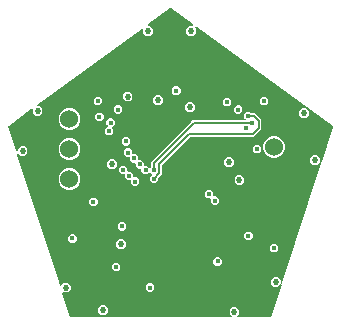
<source format=gbr>
G04 EAGLE Gerber RS-274X export*
G75*
%MOMM*%
%FSLAX34Y34*%
%LPD*%
%INCopper Layer 15*%
%IPPOS*%
%AMOC8*
5,1,8,0,0,1.08239X$1,22.5*%
G01*
%ADD10C,1.524000*%
%ADD11C,0.525000*%
%ADD12C,0.402400*%
%ADD13C,0.152400*%
%ADD14C,0.452400*%

G36*
X50826Y-117188D02*
X50826Y-117188D01*
X50898Y-117186D01*
X50947Y-117168D01*
X50998Y-117160D01*
X51061Y-117126D01*
X51129Y-117101D01*
X51169Y-117069D01*
X51215Y-117044D01*
X51265Y-116992D01*
X51321Y-116948D01*
X51349Y-116904D01*
X51385Y-116866D01*
X51415Y-116801D01*
X51454Y-116741D01*
X51467Y-116690D01*
X51488Y-116643D01*
X51496Y-116572D01*
X51514Y-116502D01*
X51510Y-116450D01*
X51516Y-116399D01*
X51500Y-116328D01*
X51495Y-116257D01*
X51474Y-116209D01*
X51463Y-116158D01*
X51427Y-116097D01*
X51398Y-116031D01*
X51354Y-115975D01*
X51337Y-115947D01*
X51319Y-115932D01*
X51294Y-115900D01*
X49825Y-114431D01*
X49825Y-110994D01*
X52256Y-108563D01*
X55694Y-108563D01*
X58125Y-110994D01*
X58125Y-114431D01*
X56656Y-115900D01*
X56615Y-115958D01*
X56565Y-116010D01*
X56543Y-116057D01*
X56513Y-116099D01*
X56492Y-116168D01*
X56462Y-116233D01*
X56456Y-116285D01*
X56440Y-116335D01*
X56442Y-116406D01*
X56434Y-116477D01*
X56445Y-116528D01*
X56447Y-116580D01*
X56471Y-116648D01*
X56487Y-116718D01*
X56513Y-116763D01*
X56531Y-116811D01*
X56576Y-116867D01*
X56613Y-116929D01*
X56652Y-116963D01*
X56685Y-117003D01*
X56745Y-117042D01*
X56800Y-117089D01*
X56848Y-117108D01*
X56892Y-117136D01*
X56961Y-117154D01*
X57028Y-117181D01*
X57099Y-117189D01*
X57130Y-117197D01*
X57154Y-117195D01*
X57195Y-117199D01*
X84593Y-117199D01*
X84617Y-117195D01*
X84641Y-117198D01*
X84738Y-117176D01*
X84836Y-117160D01*
X84857Y-117148D01*
X84880Y-117143D01*
X84965Y-117091D01*
X85053Y-117044D01*
X85070Y-117027D01*
X85090Y-117015D01*
X85154Y-116938D01*
X85223Y-116866D01*
X85233Y-116844D01*
X85248Y-116826D01*
X85317Y-116673D01*
X93916Y-90201D01*
X93927Y-90134D01*
X93947Y-90069D01*
X93945Y-90013D01*
X93954Y-89957D01*
X93942Y-89891D01*
X93940Y-89823D01*
X93921Y-89770D01*
X93911Y-89715D01*
X93879Y-89656D01*
X93856Y-89592D01*
X93821Y-89548D01*
X93794Y-89499D01*
X93744Y-89453D01*
X93702Y-89400D01*
X93655Y-89370D01*
X93614Y-89331D01*
X93552Y-89304D01*
X93495Y-89267D01*
X93441Y-89253D01*
X93390Y-89230D01*
X93322Y-89223D01*
X93257Y-89207D01*
X93201Y-89211D01*
X93145Y-89206D01*
X93079Y-89221D01*
X93011Y-89226D01*
X92960Y-89248D01*
X92905Y-89260D01*
X92847Y-89296D01*
X92785Y-89322D01*
X92723Y-89372D01*
X92695Y-89389D01*
X92682Y-89405D01*
X92654Y-89427D01*
X90619Y-91462D01*
X87181Y-91462D01*
X84750Y-89031D01*
X84750Y-85594D01*
X87181Y-83163D01*
X90619Y-83163D01*
X93050Y-85594D01*
X93050Y-88061D01*
X93050Y-88065D01*
X93050Y-88069D01*
X93070Y-88187D01*
X93089Y-88304D01*
X93091Y-88307D01*
X93092Y-88311D01*
X93149Y-88416D01*
X93205Y-88521D01*
X93207Y-88524D01*
X93209Y-88527D01*
X93297Y-88608D01*
X93383Y-88690D01*
X93387Y-88692D01*
X93390Y-88695D01*
X93498Y-88744D01*
X93606Y-88794D01*
X93610Y-88794D01*
X93614Y-88796D01*
X93733Y-88808D01*
X93850Y-88821D01*
X93854Y-88820D01*
X93858Y-88821D01*
X93975Y-88794D01*
X94091Y-88769D01*
X94094Y-88767D01*
X94098Y-88766D01*
X94200Y-88704D01*
X94302Y-88643D01*
X94305Y-88640D01*
X94308Y-88637D01*
X94384Y-88546D01*
X94462Y-88456D01*
X94463Y-88452D01*
X94466Y-88449D01*
X94535Y-88296D01*
X127522Y13255D01*
X127533Y13322D01*
X127552Y13387D01*
X127551Y13443D01*
X127559Y13499D01*
X127548Y13565D01*
X127546Y13633D01*
X127527Y13686D01*
X127517Y13741D01*
X127485Y13800D01*
X127462Y13864D01*
X127453Y13875D01*
X127537Y13926D01*
X127639Y13987D01*
X127642Y13990D01*
X127645Y13992D01*
X127722Y14083D01*
X127799Y14174D01*
X127801Y14178D01*
X127803Y14181D01*
X127872Y14334D01*
X137577Y44210D01*
X137581Y44233D01*
X137590Y44255D01*
X137599Y44355D01*
X137614Y44453D01*
X137610Y44476D01*
X137613Y44500D01*
X137589Y44597D01*
X137572Y44695D01*
X137561Y44716D01*
X137555Y44739D01*
X137502Y44824D01*
X137455Y44911D01*
X137437Y44928D01*
X137425Y44948D01*
X137301Y45061D01*
X22155Y128729D01*
X22098Y128757D01*
X22046Y128795D01*
X21989Y128812D01*
X21935Y128839D01*
X21872Y128848D01*
X21811Y128867D01*
X21751Y128865D01*
X21692Y128874D01*
X21629Y128862D01*
X21565Y128861D01*
X21509Y128840D01*
X21450Y128829D01*
X21394Y128798D01*
X21334Y128776D01*
X21287Y128739D01*
X21235Y128710D01*
X21192Y128662D01*
X21142Y128622D01*
X21110Y128572D01*
X21069Y128528D01*
X21043Y128469D01*
X21009Y128415D01*
X20994Y128357D01*
X20970Y128302D01*
X20965Y128239D01*
X20949Y128177D01*
X20954Y128117D01*
X20948Y128058D01*
X20963Y127995D01*
X20968Y127932D01*
X20991Y127877D01*
X21005Y127818D01*
X21039Y127764D01*
X21064Y127705D01*
X21118Y127638D01*
X21136Y127610D01*
X21154Y127594D01*
X21169Y127574D01*
X21612Y127131D01*
X21612Y123694D01*
X19181Y121263D01*
X15744Y121263D01*
X13313Y123694D01*
X13313Y127131D01*
X15744Y129562D01*
X18665Y129562D01*
X18673Y129564D01*
X18681Y129562D01*
X18795Y129583D01*
X18908Y129602D01*
X18915Y129606D01*
X18923Y129607D01*
X19024Y129664D01*
X19125Y129717D01*
X19130Y129723D01*
X19138Y129727D01*
X19216Y129813D01*
X19294Y129895D01*
X19298Y129903D01*
X19303Y129909D01*
X19350Y130014D01*
X19398Y130118D01*
X19399Y130126D01*
X19402Y130134D01*
X19413Y130249D01*
X19425Y130363D01*
X19423Y130371D01*
X19424Y130379D01*
X19397Y130491D01*
X19373Y130603D01*
X19369Y130610D01*
X19367Y130618D01*
X19306Y130716D01*
X19247Y130814D01*
X19241Y130820D01*
X19236Y130826D01*
X19112Y130939D01*
X448Y144502D01*
X426Y144512D01*
X408Y144528D01*
X317Y144568D01*
X228Y144612D01*
X204Y144616D01*
X182Y144625D01*
X83Y144633D01*
X-16Y144647D01*
X-39Y144643D01*
X-63Y144644D01*
X-160Y144620D01*
X-258Y144602D01*
X-279Y144591D01*
X-302Y144585D01*
X-448Y144502D01*
X-19112Y130939D01*
X-19118Y130934D01*
X-19125Y130930D01*
X-19204Y130847D01*
X-19285Y130764D01*
X-19289Y130757D01*
X-19294Y130752D01*
X-19343Y130647D01*
X-19394Y130544D01*
X-19395Y130536D01*
X-19398Y130528D01*
X-19411Y130414D01*
X-19426Y130300D01*
X-19424Y130292D01*
X-19425Y130284D01*
X-19401Y130171D01*
X-19379Y130058D01*
X-19375Y130052D01*
X-19373Y130044D01*
X-19314Y129945D01*
X-19257Y129845D01*
X-19251Y129839D01*
X-19247Y129833D01*
X-19159Y129758D01*
X-19073Y129681D01*
X-19066Y129678D01*
X-19060Y129673D01*
X-18953Y129629D01*
X-18847Y129584D01*
X-18839Y129584D01*
X-18832Y129581D01*
X-18665Y129562D01*
X-17331Y129562D01*
X-14900Y127131D01*
X-14900Y123694D01*
X-17331Y121263D01*
X-20769Y121263D01*
X-23200Y123694D01*
X-23200Y126475D01*
X-23202Y126487D01*
X-23200Y126499D01*
X-23221Y126608D01*
X-23239Y126718D01*
X-23245Y126729D01*
X-23247Y126740D01*
X-23303Y126837D01*
X-23355Y126935D01*
X-23363Y126944D01*
X-23369Y126954D01*
X-23452Y127028D01*
X-23533Y127105D01*
X-23544Y127110D01*
X-23553Y127118D01*
X-23655Y127162D01*
X-23756Y127208D01*
X-23768Y127210D01*
X-23779Y127214D01*
X-23890Y127223D01*
X-24000Y127235D01*
X-24012Y127233D01*
X-24024Y127234D01*
X-24132Y127207D01*
X-24241Y127183D01*
X-24251Y127177D01*
X-24263Y127174D01*
X-24408Y127091D01*
X-113057Y62677D01*
X-113063Y62671D01*
X-113070Y62667D01*
X-113149Y62584D01*
X-113230Y62502D01*
X-113234Y62495D01*
X-113239Y62489D01*
X-113288Y62384D01*
X-113338Y62281D01*
X-113339Y62273D01*
X-113343Y62266D01*
X-113356Y62151D01*
X-113371Y62037D01*
X-113369Y62029D01*
X-113370Y62022D01*
X-113345Y61909D01*
X-113323Y61796D01*
X-113319Y61789D01*
X-113318Y61781D01*
X-113258Y61682D01*
X-113202Y61582D01*
X-113196Y61577D01*
X-113191Y61570D01*
X-113104Y61495D01*
X-113018Y61418D01*
X-113011Y61415D01*
X-113005Y61410D01*
X-112897Y61367D01*
X-112792Y61322D01*
X-112784Y61321D01*
X-112776Y61318D01*
X-112610Y61300D01*
X-110994Y61300D01*
X-108563Y58869D01*
X-108563Y55431D01*
X-110994Y53000D01*
X-114431Y53000D01*
X-116862Y55431D01*
X-116862Y58418D01*
X-116864Y58430D01*
X-116863Y58442D01*
X-116884Y58551D01*
X-116902Y58661D01*
X-116908Y58671D01*
X-116910Y58683D01*
X-116965Y58780D01*
X-117017Y58878D01*
X-117026Y58886D01*
X-117032Y58897D01*
X-117115Y58971D01*
X-117195Y59047D01*
X-117206Y59052D01*
X-117215Y59060D01*
X-117318Y59104D01*
X-117418Y59151D01*
X-117430Y59152D01*
X-117441Y59157D01*
X-117552Y59166D01*
X-117663Y59178D01*
X-117675Y59176D01*
X-117687Y59176D01*
X-117795Y59149D01*
X-117903Y59126D01*
X-117914Y59120D01*
X-117925Y59117D01*
X-118071Y59034D01*
X-137301Y45061D01*
X-137318Y45044D01*
X-137338Y45032D01*
X-137404Y44957D01*
X-137474Y44886D01*
X-137484Y44865D01*
X-137500Y44847D01*
X-137538Y44755D01*
X-137582Y44665D01*
X-137585Y44642D01*
X-137594Y44619D01*
X-137601Y44520D01*
X-137614Y44421D01*
X-137610Y44398D01*
X-137611Y44374D01*
X-137577Y44210D01*
X-131047Y24108D01*
X-131046Y24104D01*
X-131045Y24100D01*
X-130990Y23996D01*
X-130935Y23889D01*
X-130932Y23886D01*
X-130930Y23883D01*
X-130844Y23801D01*
X-130758Y23718D01*
X-130755Y23716D01*
X-130752Y23713D01*
X-130643Y23663D01*
X-130536Y23612D01*
X-130532Y23612D01*
X-130528Y23610D01*
X-130410Y23597D01*
X-130292Y23582D01*
X-130288Y23583D01*
X-130284Y23583D01*
X-130168Y23608D01*
X-130051Y23632D01*
X-130048Y23634D01*
X-130044Y23635D01*
X-129941Y23696D01*
X-129839Y23756D01*
X-129836Y23759D01*
X-129833Y23761D01*
X-129755Y23852D01*
X-129677Y23941D01*
X-129675Y23945D01*
X-129673Y23948D01*
X-129628Y24060D01*
X-129582Y24169D01*
X-129582Y24173D01*
X-129581Y24176D01*
X-129562Y24343D01*
X-129562Y25531D01*
X-127131Y27962D01*
X-123694Y27962D01*
X-121263Y25531D01*
X-121263Y22094D01*
X-123694Y19663D01*
X-127131Y19663D01*
X-128551Y21083D01*
X-128606Y21122D01*
X-128655Y21169D01*
X-128706Y21194D01*
X-128751Y21226D01*
X-128816Y21246D01*
X-128877Y21275D01*
X-128933Y21282D01*
X-128986Y21299D01*
X-129054Y21297D01*
X-129121Y21305D01*
X-129176Y21294D01*
X-129232Y21292D01*
X-129296Y21269D01*
X-129362Y21255D01*
X-129410Y21227D01*
X-129463Y21208D01*
X-129516Y21165D01*
X-129574Y21131D01*
X-129611Y21089D01*
X-129655Y21054D01*
X-129692Y20997D01*
X-129736Y20946D01*
X-129758Y20894D01*
X-129788Y20847D01*
X-129805Y20781D01*
X-129831Y20719D01*
X-129834Y20663D01*
X-129848Y20609D01*
X-129843Y20541D01*
X-129848Y20473D01*
X-129832Y20396D01*
X-129829Y20363D01*
X-129821Y20344D01*
X-129814Y20309D01*
X-94050Y-89791D01*
X-94015Y-89858D01*
X-93989Y-89929D01*
X-93959Y-89966D01*
X-93937Y-90009D01*
X-93882Y-90062D01*
X-93835Y-90121D01*
X-93795Y-90147D01*
X-93760Y-90180D01*
X-93692Y-90213D01*
X-93628Y-90254D01*
X-93582Y-90266D01*
X-93538Y-90286D01*
X-93463Y-90295D01*
X-93390Y-90314D01*
X-93342Y-90310D01*
X-93294Y-90316D01*
X-93220Y-90301D01*
X-93145Y-90295D01*
X-93100Y-90276D01*
X-93053Y-90266D01*
X-92988Y-90228D01*
X-92918Y-90198D01*
X-92867Y-90158D01*
X-92841Y-90142D01*
X-92824Y-90123D01*
X-92787Y-90094D01*
X-90619Y-87925D01*
X-87181Y-87925D01*
X-84750Y-90356D01*
X-84750Y-93794D01*
X-87181Y-96225D01*
X-90912Y-96225D01*
X-90928Y-96227D01*
X-90943Y-96225D01*
X-91049Y-96247D01*
X-91155Y-96264D01*
X-91169Y-96272D01*
X-91184Y-96275D01*
X-91277Y-96329D01*
X-91372Y-96380D01*
X-91383Y-96391D01*
X-91397Y-96399D01*
X-91467Y-96480D01*
X-91541Y-96558D01*
X-91548Y-96572D01*
X-91558Y-96584D01*
X-91600Y-96684D01*
X-91645Y-96781D01*
X-91647Y-96797D01*
X-91653Y-96812D01*
X-91660Y-96919D01*
X-91672Y-97025D01*
X-91669Y-97041D01*
X-91670Y-97057D01*
X-91636Y-97221D01*
X-85317Y-116673D01*
X-85306Y-116694D01*
X-85301Y-116718D01*
X-85250Y-116803D01*
X-85204Y-116892D01*
X-85187Y-116908D01*
X-85175Y-116929D01*
X-85099Y-116994D01*
X-85028Y-117063D01*
X-85006Y-117073D01*
X-84988Y-117089D01*
X-84895Y-117126D01*
X-84806Y-117169D01*
X-84782Y-117172D01*
X-84760Y-117181D01*
X-84593Y-117199D01*
X50755Y-117199D01*
X50826Y-117188D01*
G37*
%LPC*%
G36*
X-15614Y-3355D02*
X-15614Y-3355D01*
X-17686Y-1283D01*
X-17686Y1647D01*
X-16226Y3107D01*
X-16215Y3123D01*
X-16199Y3135D01*
X-16143Y3223D01*
X-16083Y3306D01*
X-16077Y3325D01*
X-16066Y3342D01*
X-16041Y3443D01*
X-16010Y3541D01*
X-16011Y3561D01*
X-16006Y3581D01*
X-16014Y3684D01*
X-16017Y3787D01*
X-16024Y3806D01*
X-16025Y3826D01*
X-16065Y3921D01*
X-16101Y4018D01*
X-16114Y4034D01*
X-16121Y4052D01*
X-16226Y4183D01*
X-17270Y5227D01*
X-17286Y5238D01*
X-17299Y5254D01*
X-17386Y5310D01*
X-17470Y5370D01*
X-17489Y5376D01*
X-17505Y5387D01*
X-17606Y5412D01*
X-17705Y5443D01*
X-17725Y5442D01*
X-17744Y5447D01*
X-17847Y5439D01*
X-17951Y5436D01*
X-17969Y5429D01*
X-17989Y5428D01*
X-18084Y5388D01*
X-18182Y5352D01*
X-18197Y5339D01*
X-18215Y5332D01*
X-18346Y5227D01*
X-19806Y3767D01*
X-22736Y3767D01*
X-24808Y5839D01*
X-24808Y7973D01*
X-24811Y7992D01*
X-24809Y8012D01*
X-24831Y8113D01*
X-24848Y8215D01*
X-24857Y8233D01*
X-24861Y8252D01*
X-24914Y8341D01*
X-24963Y8433D01*
X-24977Y8446D01*
X-24987Y8463D01*
X-25066Y8531D01*
X-25141Y8602D01*
X-25159Y8610D01*
X-25174Y8623D01*
X-25271Y8662D01*
X-25364Y8706D01*
X-25384Y8708D01*
X-25402Y8715D01*
X-25569Y8734D01*
X-27703Y8734D01*
X-29775Y10806D01*
X-29775Y12939D01*
X-29778Y12959D01*
X-29776Y12979D01*
X-29798Y13080D01*
X-29814Y13182D01*
X-29824Y13200D01*
X-29828Y13219D01*
X-29881Y13308D01*
X-29929Y13399D01*
X-29944Y13413D01*
X-29954Y13430D01*
X-30033Y13498D01*
X-30108Y13569D01*
X-30126Y13577D01*
X-30141Y13590D01*
X-30237Y13629D01*
X-30331Y13672D01*
X-30351Y13675D01*
X-30369Y13682D01*
X-30536Y13700D01*
X-32670Y13700D01*
X-34741Y15772D01*
X-34741Y17906D01*
X-34745Y17926D01*
X-34742Y17945D01*
X-34764Y18047D01*
X-34781Y18149D01*
X-34790Y18166D01*
X-34795Y18186D01*
X-34848Y18275D01*
X-34896Y18366D01*
X-34911Y18380D01*
X-34921Y18397D01*
X-35000Y18464D01*
X-35075Y18535D01*
X-35093Y18544D01*
X-35108Y18557D01*
X-35204Y18596D01*
X-35298Y18639D01*
X-35317Y18641D01*
X-35336Y18649D01*
X-35503Y18667D01*
X-37636Y18667D01*
X-39708Y20739D01*
X-39708Y23669D01*
X-37636Y25741D01*
X-34706Y25741D01*
X-32635Y23669D01*
X-32635Y21535D01*
X-32631Y21516D01*
X-32634Y21496D01*
X-32612Y21394D01*
X-32595Y21292D01*
X-32586Y21275D01*
X-32581Y21255D01*
X-32528Y21166D01*
X-32480Y21075D01*
X-32465Y21061D01*
X-32455Y21044D01*
X-32376Y20977D01*
X-32301Y20906D01*
X-32283Y20897D01*
X-32268Y20884D01*
X-32172Y20846D01*
X-32078Y20802D01*
X-32059Y20800D01*
X-32040Y20792D01*
X-31873Y20774D01*
X-29740Y20774D01*
X-27668Y18702D01*
X-27668Y16568D01*
X-27665Y16549D01*
X-27667Y16529D01*
X-27645Y16428D01*
X-27628Y16326D01*
X-27619Y16308D01*
X-27615Y16289D01*
X-27561Y16200D01*
X-27513Y16108D01*
X-27499Y16095D01*
X-27488Y16078D01*
X-27410Y16010D01*
X-27335Y15939D01*
X-27317Y15931D01*
X-27302Y15918D01*
X-27205Y15879D01*
X-27112Y15835D01*
X-27092Y15833D01*
X-27073Y15826D01*
X-26907Y15807D01*
X-24773Y15807D01*
X-22701Y13735D01*
X-22701Y11602D01*
X-22698Y11582D01*
X-22700Y11562D01*
X-22678Y11461D01*
X-22661Y11359D01*
X-22652Y11341D01*
X-22648Y11322D01*
X-22595Y11233D01*
X-22546Y11142D01*
X-22532Y11128D01*
X-22522Y11111D01*
X-22443Y11043D01*
X-22368Y10972D01*
X-22350Y10964D01*
X-22335Y10951D01*
X-22239Y10912D01*
X-22145Y10869D01*
X-22125Y10866D01*
X-22107Y10859D01*
X-21940Y10841D01*
X-19806Y10841D01*
X-18248Y9283D01*
X-18232Y9271D01*
X-18220Y9256D01*
X-18132Y9199D01*
X-18049Y9139D01*
X-18030Y9133D01*
X-18013Y9123D01*
X-17912Y9097D01*
X-17814Y9067D01*
X-17794Y9067D01*
X-17774Y9063D01*
X-17671Y9071D01*
X-17568Y9073D01*
X-17549Y9080D01*
X-17529Y9082D01*
X-17434Y9122D01*
X-17337Y9158D01*
X-17321Y9170D01*
X-17303Y9178D01*
X-17172Y9283D01*
X-16757Y9698D01*
X-16704Y9772D01*
X-16644Y9841D01*
X-16632Y9871D01*
X-16613Y9898D01*
X-16587Y9984D01*
X-16552Y10069D01*
X-16548Y10110D01*
X-16541Y10133D01*
X-16542Y10165D01*
X-16534Y10236D01*
X-16534Y14503D01*
X-14971Y16066D01*
X16848Y47885D01*
X18410Y49447D01*
X62776Y49447D01*
X62846Y49459D01*
X62918Y49461D01*
X62967Y49479D01*
X63019Y49487D01*
X63082Y49521D01*
X63149Y49545D01*
X63190Y49578D01*
X63236Y49602D01*
X63285Y49654D01*
X63341Y49699D01*
X63369Y49743D01*
X63405Y49780D01*
X63435Y49845D01*
X63474Y49906D01*
X63487Y49956D01*
X63509Y50003D01*
X63517Y50075D01*
X63534Y50144D01*
X63530Y50196D01*
X63536Y50248D01*
X63521Y50318D01*
X63515Y50389D01*
X63495Y50437D01*
X63484Y50488D01*
X63447Y50550D01*
X63419Y50616D01*
X63374Y50672D01*
X63358Y50699D01*
X63340Y50715D01*
X63314Y50747D01*
X62140Y51920D01*
X62140Y54850D01*
X64212Y56922D01*
X67142Y56922D01*
X68169Y55895D01*
X68243Y55842D01*
X68312Y55783D01*
X68343Y55770D01*
X68369Y55752D01*
X68456Y55725D01*
X68541Y55691D01*
X68582Y55686D01*
X68604Y55679D01*
X68636Y55680D01*
X68707Y55672D01*
X71387Y55672D01*
X76899Y50160D01*
X76899Y41915D01*
X70797Y35813D01*
X17138Y35813D01*
X17047Y35799D01*
X16957Y35791D01*
X16927Y35779D01*
X16895Y35774D01*
X16814Y35731D01*
X16730Y35695D01*
X16698Y35669D01*
X16677Y35658D01*
X16676Y35657D01*
X16655Y35635D01*
X16599Y35590D01*
X-7015Y11976D01*
X-7059Y11915D01*
X-7092Y11880D01*
X-7098Y11867D01*
X-7128Y11832D01*
X-7140Y11802D01*
X-7159Y11776D01*
X-7186Y11689D01*
X-7220Y11604D01*
X-7224Y11563D01*
X-7231Y11541D01*
X-7230Y11509D01*
X-7238Y11437D01*
X-7238Y3859D01*
X-10390Y708D01*
X-10443Y634D01*
X-10502Y564D01*
X-10514Y534D01*
X-10533Y508D01*
X-10560Y421D01*
X-10594Y336D01*
X-10599Y295D01*
X-10605Y273D01*
X-10605Y241D01*
X-10613Y169D01*
X-10613Y-1283D01*
X-12684Y-3355D01*
X-15614Y-3355D01*
G37*
%LPD*%
%LPC*%
G36*
X-87544Y41655D02*
X-87544Y41655D01*
X-90905Y43047D01*
X-93478Y45620D01*
X-94870Y48981D01*
X-94870Y52619D01*
X-93478Y55980D01*
X-90905Y58553D01*
X-87544Y59945D01*
X-83906Y59945D01*
X-80545Y58553D01*
X-77972Y55980D01*
X-76580Y52619D01*
X-76580Y48981D01*
X-77972Y45620D01*
X-80545Y43047D01*
X-83906Y41655D01*
X-87544Y41655D01*
G37*
%LPD*%
%LPC*%
G36*
X-87544Y16255D02*
X-87544Y16255D01*
X-90905Y17647D01*
X-93478Y20220D01*
X-94870Y23581D01*
X-94870Y27219D01*
X-93478Y30580D01*
X-90905Y33153D01*
X-87544Y34545D01*
X-83906Y34545D01*
X-80545Y33153D01*
X-77972Y30580D01*
X-76580Y27219D01*
X-76580Y23581D01*
X-77972Y20220D01*
X-80545Y17647D01*
X-83906Y16255D01*
X-87544Y16255D01*
G37*
%LPD*%
%LPC*%
G36*
X85494Y17843D02*
X85494Y17843D01*
X82132Y19235D01*
X79560Y21807D01*
X78168Y25169D01*
X78168Y28806D01*
X79560Y32168D01*
X82132Y34740D01*
X85494Y36132D01*
X89131Y36132D01*
X92493Y34740D01*
X95065Y32168D01*
X96457Y28806D01*
X96457Y25169D01*
X95065Y21807D01*
X92493Y19235D01*
X89131Y17843D01*
X85494Y17843D01*
G37*
%LPD*%
%LPC*%
G36*
X-87544Y-9145D02*
X-87544Y-9145D01*
X-90905Y-7753D01*
X-93478Y-5180D01*
X-94870Y-1819D01*
X-94870Y1819D01*
X-93478Y5180D01*
X-90905Y7753D01*
X-87544Y9145D01*
X-83906Y9145D01*
X-80545Y7753D01*
X-77972Y5180D01*
X-76580Y1819D01*
X-76580Y-1819D01*
X-77972Y-5180D01*
X-80545Y-7753D01*
X-83906Y-9145D01*
X-87544Y-9145D01*
G37*
%LPD*%
%LPC*%
G36*
X-31648Y-5875D02*
X-31648Y-5875D01*
X-33720Y-3803D01*
X-33720Y-1670D01*
X-33723Y-1650D01*
X-33721Y-1630D01*
X-33743Y-1529D01*
X-33760Y-1427D01*
X-33769Y-1409D01*
X-33774Y-1390D01*
X-33827Y-1301D01*
X-33875Y-1210D01*
X-33889Y-1196D01*
X-33900Y-1179D01*
X-33978Y-1111D01*
X-34053Y-1040D01*
X-34071Y-1032D01*
X-34087Y-1019D01*
X-34183Y-980D01*
X-34276Y-937D01*
X-34296Y-934D01*
X-34315Y-927D01*
X-34481Y-909D01*
X-36615Y-909D01*
X-38687Y1163D01*
X-38687Y3297D01*
X-38690Y3317D01*
X-38688Y3336D01*
X-38710Y3438D01*
X-38727Y3540D01*
X-38736Y3557D01*
X-38740Y3577D01*
X-38793Y3666D01*
X-38842Y3757D01*
X-38856Y3771D01*
X-38866Y3788D01*
X-38945Y3855D01*
X-39020Y3926D01*
X-39038Y3935D01*
X-39053Y3948D01*
X-39150Y3987D01*
X-39243Y4030D01*
X-39263Y4032D01*
X-39281Y4040D01*
X-39448Y4058D01*
X-41582Y4058D01*
X-43654Y6130D01*
X-43654Y9060D01*
X-41582Y11132D01*
X-38652Y11132D01*
X-36580Y9060D01*
X-36580Y6926D01*
X-36577Y6907D01*
X-36579Y6887D01*
X-36557Y6785D01*
X-36540Y6683D01*
X-36531Y6666D01*
X-36527Y6646D01*
X-36474Y6557D01*
X-36425Y6466D01*
X-36411Y6452D01*
X-36401Y6435D01*
X-36322Y6368D01*
X-36247Y6297D01*
X-36229Y6288D01*
X-36214Y6275D01*
X-36118Y6237D01*
X-36024Y6193D01*
X-36004Y6191D01*
X-35986Y6183D01*
X-35819Y6165D01*
X-33685Y6165D01*
X-31613Y4093D01*
X-31613Y1959D01*
X-31610Y1940D01*
X-31612Y1920D01*
X-31590Y1819D01*
X-31574Y1717D01*
X-31564Y1699D01*
X-31560Y1680D01*
X-31507Y1591D01*
X-31459Y1499D01*
X-31444Y1486D01*
X-31434Y1469D01*
X-31355Y1401D01*
X-31280Y1330D01*
X-31262Y1322D01*
X-31247Y1309D01*
X-31151Y1270D01*
X-31057Y1226D01*
X-31037Y1224D01*
X-31019Y1217D01*
X-30852Y1198D01*
X-28719Y1198D01*
X-26647Y-874D01*
X-26647Y-3803D01*
X-28719Y-5875D01*
X-31648Y-5875D01*
G37*
%LPD*%
%LPC*%
G36*
X-53579Y37064D02*
X-53579Y37064D01*
X-55651Y39136D01*
X-55651Y42066D01*
X-53485Y44232D01*
X-53473Y44248D01*
X-53458Y44260D01*
X-53402Y44348D01*
X-53341Y44431D01*
X-53336Y44450D01*
X-53325Y44467D01*
X-53300Y44568D01*
X-53269Y44667D01*
X-53270Y44686D01*
X-53265Y44706D01*
X-53273Y44809D01*
X-53275Y44912D01*
X-53282Y44931D01*
X-53284Y44951D01*
X-53324Y45046D01*
X-53360Y45143D01*
X-53372Y45159D01*
X-53380Y45177D01*
X-53485Y45308D01*
X-54337Y46160D01*
X-54337Y49090D01*
X-52265Y51162D01*
X-49335Y51162D01*
X-47263Y49090D01*
X-47263Y46160D01*
X-49429Y43994D01*
X-49441Y43978D01*
X-49456Y43966D01*
X-49512Y43878D01*
X-49573Y43795D01*
X-49578Y43776D01*
X-49589Y43759D01*
X-49614Y43658D01*
X-49645Y43559D01*
X-49644Y43540D01*
X-49649Y43520D01*
X-49641Y43417D01*
X-49639Y43314D01*
X-49632Y43295D01*
X-49630Y43275D01*
X-49590Y43180D01*
X-49554Y43083D01*
X-49542Y43067D01*
X-49534Y43049D01*
X-49429Y42918D01*
X-48577Y42066D01*
X-48577Y39136D01*
X-50649Y37064D01*
X-53579Y37064D01*
G37*
%LPD*%
%LPC*%
G36*
X35824Y-21933D02*
X35824Y-21933D01*
X33752Y-19861D01*
X33752Y-17252D01*
X33749Y-17232D01*
X33751Y-17213D01*
X33729Y-17111D01*
X33712Y-17009D01*
X33703Y-16992D01*
X33698Y-16972D01*
X33645Y-16883D01*
X33597Y-16792D01*
X33583Y-16778D01*
X33572Y-16761D01*
X33494Y-16694D01*
X33419Y-16622D01*
X33401Y-16614D01*
X33385Y-16601D01*
X33289Y-16562D01*
X33196Y-16519D01*
X33176Y-16517D01*
X33157Y-16509D01*
X32991Y-16491D01*
X31078Y-16491D01*
X29006Y-14419D01*
X29006Y-11489D01*
X31078Y-9417D01*
X34008Y-9417D01*
X36080Y-11489D01*
X36080Y-14098D01*
X36083Y-14118D01*
X36081Y-14137D01*
X36103Y-14239D01*
X36119Y-14341D01*
X36129Y-14358D01*
X36133Y-14378D01*
X36186Y-14467D01*
X36235Y-14558D01*
X36249Y-14572D01*
X36259Y-14589D01*
X36338Y-14656D01*
X36413Y-14727D01*
X36431Y-14736D01*
X36446Y-14749D01*
X36542Y-14788D01*
X36636Y-14831D01*
X36656Y-14833D01*
X36674Y-14841D01*
X36841Y-14859D01*
X38753Y-14859D01*
X40825Y-16931D01*
X40825Y-19861D01*
X38753Y-21933D01*
X35824Y-21933D01*
G37*
%LPD*%
%LPC*%
G36*
X120519Y11725D02*
X120519Y11725D01*
X118088Y14156D01*
X118088Y17594D01*
X120519Y20025D01*
X123956Y20025D01*
X126387Y17594D01*
X126387Y14569D01*
X126388Y14565D01*
X126387Y14561D01*
X126408Y14442D01*
X126427Y14326D01*
X126429Y14322D01*
X126430Y14319D01*
X126486Y14214D01*
X126500Y14189D01*
X126453Y14160D01*
X126391Y14134D01*
X126329Y14084D01*
X126301Y14067D01*
X126288Y14051D01*
X126260Y14029D01*
X123956Y11725D01*
X120519Y11725D01*
G37*
%LPD*%
%LPC*%
G36*
X-58869Y-115275D02*
X-58869Y-115275D01*
X-61300Y-112844D01*
X-61300Y-109406D01*
X-58869Y-106975D01*
X-55431Y-106975D01*
X-53000Y-109406D01*
X-53000Y-112844D01*
X-55431Y-115275D01*
X-58869Y-115275D01*
G37*
%LPD*%
%LPC*%
G36*
X-38231Y65550D02*
X-38231Y65550D01*
X-40662Y67981D01*
X-40662Y71419D01*
X-38231Y73850D01*
X-34794Y73850D01*
X-32363Y71419D01*
X-32363Y67981D01*
X-34794Y65550D01*
X-38231Y65550D01*
G37*
%LPD*%
%LPC*%
G36*
X-12582Y62375D02*
X-12582Y62375D01*
X-15013Y64806D01*
X-15013Y68244D01*
X-12582Y70675D01*
X-9145Y70675D01*
X-6714Y68244D01*
X-6714Y64806D01*
X-9145Y62375D01*
X-12582Y62375D01*
G37*
%LPD*%
%LPC*%
G36*
X47494Y10138D02*
X47494Y10138D01*
X45063Y12569D01*
X45063Y16006D01*
X47494Y18437D01*
X50931Y18437D01*
X53362Y16006D01*
X53362Y12569D01*
X50931Y10138D01*
X47494Y10138D01*
G37*
%LPD*%
%LPC*%
G36*
X-51180Y8400D02*
X-51180Y8400D01*
X-53611Y10831D01*
X-53611Y14269D01*
X-51180Y16700D01*
X-47743Y16700D01*
X-45312Y14269D01*
X-45312Y10831D01*
X-47743Y8400D01*
X-51180Y8400D01*
G37*
%LPD*%
%LPC*%
G36*
X-43985Y-59591D02*
X-43985Y-59591D01*
X-46415Y-57160D01*
X-46415Y-53722D01*
X-43985Y-51291D01*
X-40547Y-51291D01*
X-38116Y-53722D01*
X-38116Y-57160D01*
X-40547Y-59591D01*
X-43985Y-59591D01*
G37*
%LPD*%
%LPC*%
G36*
X14439Y56657D02*
X14439Y56657D01*
X12009Y59088D01*
X12009Y62525D01*
X14439Y64956D01*
X17877Y64956D01*
X20308Y62525D01*
X20308Y59088D01*
X17877Y56657D01*
X14439Y56657D01*
G37*
%LPD*%
%LPC*%
G36*
X110994Y51413D02*
X110994Y51413D01*
X108563Y53844D01*
X108563Y57281D01*
X110994Y59712D01*
X114431Y59712D01*
X116862Y57281D01*
X116862Y53844D01*
X114431Y51413D01*
X110994Y51413D01*
G37*
%LPD*%
%LPC*%
G36*
X56521Y-4988D02*
X56521Y-4988D01*
X54090Y-2557D01*
X54090Y880D01*
X56521Y3311D01*
X59959Y3311D01*
X62389Y880D01*
X62389Y-2557D01*
X59959Y-4988D01*
X56521Y-4988D01*
G37*
%LPD*%
%LPC*%
G36*
X3194Y70826D02*
X3194Y70826D01*
X976Y73044D01*
X976Y76181D01*
X3194Y78399D01*
X6331Y78399D01*
X8549Y76181D01*
X8549Y73044D01*
X6331Y70826D01*
X3194Y70826D01*
G37*
%LPD*%
%LPC*%
G36*
X77637Y62425D02*
X77637Y62425D01*
X75565Y64496D01*
X75565Y67426D01*
X77637Y69498D01*
X80566Y69498D01*
X82638Y67426D01*
X82638Y64496D01*
X80566Y62425D01*
X77637Y62425D01*
G37*
%LPD*%
%LPC*%
G36*
X-63229Y62205D02*
X-63229Y62205D01*
X-65301Y64277D01*
X-65301Y67207D01*
X-63229Y69279D01*
X-60299Y69279D01*
X-58227Y67207D01*
X-58227Y64277D01*
X-60299Y62205D01*
X-63229Y62205D01*
G37*
%LPD*%
%LPC*%
G36*
X46079Y61320D02*
X46079Y61320D01*
X44007Y63391D01*
X44007Y66321D01*
X46079Y68393D01*
X49009Y68393D01*
X51080Y66321D01*
X51080Y63391D01*
X49009Y61320D01*
X46079Y61320D01*
G37*
%LPD*%
%LPC*%
G36*
X-61790Y48851D02*
X-61790Y48851D01*
X-63862Y50923D01*
X-63862Y53852D01*
X-61790Y55924D01*
X-58860Y55924D01*
X-56788Y53852D01*
X-56788Y50923D01*
X-58860Y48851D01*
X-61790Y48851D01*
G37*
%LPD*%
%LPC*%
G36*
X-46040Y55112D02*
X-46040Y55112D01*
X-48112Y57184D01*
X-48112Y60114D01*
X-46040Y62186D01*
X-43110Y62186D01*
X-41038Y60114D01*
X-41038Y57184D01*
X-43110Y55112D01*
X-46040Y55112D01*
G37*
%LPD*%
%LPC*%
G36*
X55810Y55112D02*
X55810Y55112D01*
X53738Y57184D01*
X53738Y60114D01*
X55810Y62186D01*
X58740Y62186D01*
X60812Y60114D01*
X60812Y57184D01*
X58740Y55112D01*
X55810Y55112D01*
G37*
%LPD*%
%LPC*%
G36*
X-66938Y-22973D02*
X-66938Y-22973D01*
X-69010Y-20901D01*
X-69010Y-17971D01*
X-66938Y-15899D01*
X-64009Y-15899D01*
X-61937Y-17971D01*
X-61937Y-20901D01*
X-64009Y-22973D01*
X-66938Y-22973D01*
G37*
%LPD*%
%LPC*%
G36*
X-42830Y-43761D02*
X-42830Y-43761D01*
X-44901Y-41689D01*
X-44901Y-38759D01*
X-42830Y-36688D01*
X-39900Y-36688D01*
X-37828Y-38759D01*
X-37828Y-41689D01*
X-39900Y-43761D01*
X-42830Y-43761D01*
G37*
%LPD*%
%LPC*%
G36*
X64398Y-51881D02*
X64398Y-51881D01*
X62326Y-49809D01*
X62326Y-46879D01*
X64398Y-44807D01*
X67328Y-44807D01*
X69400Y-46879D01*
X69400Y-49809D01*
X67328Y-51881D01*
X64398Y-51881D01*
G37*
%LPD*%
%LPC*%
G36*
X-84602Y-53947D02*
X-84602Y-53947D01*
X-86674Y-51875D01*
X-86674Y-48945D01*
X-84602Y-46873D01*
X-81672Y-46873D01*
X-79600Y-48945D01*
X-79600Y-51875D01*
X-81672Y-53947D01*
X-84602Y-53947D01*
G37*
%LPD*%
%LPC*%
G36*
X-39251Y28088D02*
X-39251Y28088D01*
X-41323Y30160D01*
X-41323Y33090D01*
X-39251Y35162D01*
X-36322Y35162D01*
X-34250Y33090D01*
X-34250Y30160D01*
X-36322Y28088D01*
X-39251Y28088D01*
G37*
%LPD*%
%LPC*%
G36*
X86121Y-62274D02*
X86121Y-62274D01*
X84049Y-60202D01*
X84049Y-57273D01*
X86121Y-55201D01*
X89051Y-55201D01*
X91123Y-57273D01*
X91123Y-60202D01*
X89051Y-62274D01*
X86121Y-62274D01*
G37*
%LPD*%
%LPC*%
G36*
X38223Y-73387D02*
X38223Y-73387D01*
X36151Y-71315D01*
X36151Y-68385D01*
X38223Y-66313D01*
X41152Y-66313D01*
X43224Y-68385D01*
X43224Y-71315D01*
X41152Y-73387D01*
X38223Y-73387D01*
G37*
%LPD*%
%LPC*%
G36*
X-47502Y-77999D02*
X-47502Y-77999D01*
X-49574Y-75927D01*
X-49574Y-72998D01*
X-47502Y-70926D01*
X-44573Y-70926D01*
X-42501Y-72998D01*
X-42501Y-75927D01*
X-44573Y-77999D01*
X-47502Y-77999D01*
G37*
%LPD*%
%LPC*%
G36*
X-18927Y-95612D02*
X-18927Y-95612D01*
X-20999Y-93540D01*
X-20999Y-90610D01*
X-18927Y-88538D01*
X-15998Y-88538D01*
X-13926Y-90610D01*
X-13926Y-93540D01*
X-15998Y-95612D01*
X-18927Y-95612D01*
G37*
%LPD*%
%LPC*%
G36*
X71560Y21713D02*
X71560Y21713D01*
X69488Y23785D01*
X69488Y26715D01*
X71560Y28787D01*
X74490Y28787D01*
X76562Y26715D01*
X76562Y23785D01*
X74490Y21713D01*
X71560Y21713D01*
G37*
%LPD*%
D10*
X87313Y26988D03*
X-85725Y50800D03*
X-85725Y25400D03*
X-85725Y0D03*
D11*
X-88900Y-92075D03*
X-57150Y-111125D03*
X-125413Y23813D03*
X-112713Y57150D03*
X-19050Y125413D03*
X17463Y125413D03*
X112713Y55563D03*
X122238Y15875D03*
X88900Y-87313D03*
X53975Y-112713D03*
X58240Y-839D03*
X49213Y14288D03*
X-10864Y66525D03*
X16158Y60807D03*
D12*
X-3175Y7938D03*
X3175Y7938D03*
X3175Y0D03*
X3175Y-7938D03*
X-3175Y-7938D03*
X-3175Y0D03*
D11*
X-103188Y39688D03*
X-106363Y26988D03*
X14288Y-73025D03*
X-60325Y-92075D03*
X-73025Y-82550D03*
X63500Y-101600D03*
X73025Y-95250D03*
X69850Y-61913D03*
X111125Y39688D03*
X109538Y19050D03*
X7938Y111125D03*
X-6350Y112713D03*
X-20638Y30163D03*
X-25400Y-28575D03*
X-42863Y-7938D03*
X47188Y31625D03*
X25400Y-28575D03*
D12*
X73025Y14288D03*
X34925Y-6096D03*
X-61764Y65742D03*
X-17463Y-92075D03*
X-83137Y-50410D03*
X87586Y-58738D03*
X79102Y65961D03*
X-46038Y-74463D03*
X-44575Y58649D03*
X-60325Y52388D03*
X-52114Y40601D03*
X32543Y-12954D03*
X-50800Y47625D03*
X57275Y58649D03*
X65863Y-48344D03*
X63500Y42863D03*
X-14247Y7206D03*
X69260Y47035D03*
D13*
X68580Y47035D02*
X68455Y47161D01*
X68580Y47035D02*
X69260Y47035D01*
X19358Y47161D02*
X-14247Y13556D01*
X-14247Y7206D01*
X19358Y47161D02*
X68455Y47161D01*
D12*
X-14149Y182D03*
X65677Y53385D03*
D13*
X70440Y53385D01*
X74613Y49213D01*
X-9525Y4806D02*
X-14149Y182D01*
X15875Y38100D02*
X69850Y38100D01*
X74613Y42863D01*
X74613Y49213D01*
X-9525Y12700D02*
X-9525Y4806D01*
X-9525Y12700D02*
X15875Y38100D01*
D11*
X-42266Y-55441D03*
X-49462Y12550D03*
X-36513Y69700D03*
D12*
X47544Y64856D03*
X73025Y25250D03*
X-41365Y-40224D03*
X37289Y-18396D03*
D14*
X4763Y74613D03*
D12*
X-65474Y-19436D03*
X-36171Y22204D03*
X-30184Y-2339D03*
X-21271Y7304D03*
X-37787Y31625D03*
X39688Y-69850D03*
X-35150Y2628D03*
X-26238Y12271D03*
X-40117Y7595D03*
X-31205Y17237D03*
M02*

</source>
